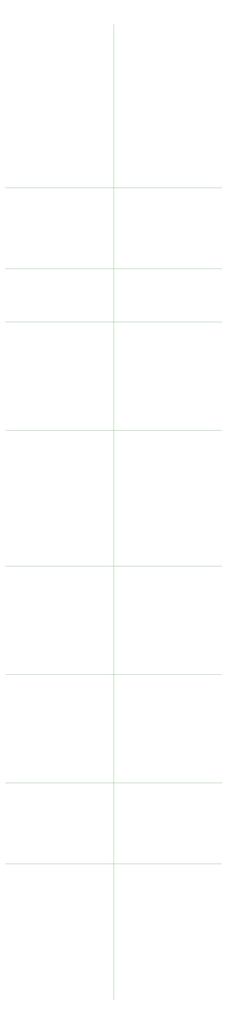
<source format=gbr>
G75*
G71*
%MOMM*%
%OFA0B0*%
%FSLAX53Y53*%
%IPPOS*%
%LPD*%
%ADD10C,0.00100*%
D10*
X0000000Y0050290D02*
X0080260Y0050290D01*
X0000000Y0080260D02*
X0080260Y0080260D01*
X0000000Y0120390D02*
X0080260Y0120390D01*
X0000000Y0160520D02*
X0080260Y0160520D01*
X0000000Y0210810D02*
X0080260Y0210810D01*
X0000000Y0250940D02*
X0080260Y0250940D01*
X0000000Y0270750D02*
X0080260Y0270750D01*
X0000000Y0300720D02*
X0080260Y0300720D01*
X0040130Y0000000D02*
X0040130Y0361170D01*
M02*

</source>
